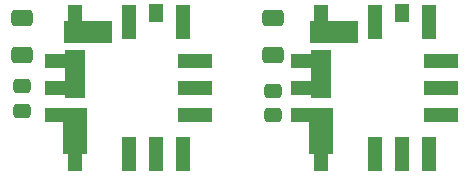
<source format=gbr>
%TF.GenerationSoftware,KiCad,Pcbnew,7.0.9*%
%TF.CreationDate,2025-02-06T13:00:42+09:00*%
%TF.ProjectId,05-PWR,30352d50-5752-42e6-9b69-6361645f7063,rev?*%
%TF.SameCoordinates,Original*%
%TF.FileFunction,Paste,Top*%
%TF.FilePolarity,Positive*%
%FSLAX46Y46*%
G04 Gerber Fmt 4.6, Leading zero omitted, Abs format (unit mm)*
G04 Created by KiCad (PCBNEW 7.0.9) date 2025-02-06 13:00:42*
%MOMM*%
%LPD*%
G01*
G04 APERTURE LIST*
G04 Aperture macros list*
%AMRoundRect*
0 Rectangle with rounded corners*
0 $1 Rounding radius*
0 $2 $3 $4 $5 $6 $7 $8 $9 X,Y pos of 4 corners*
0 Add a 4 corners polygon primitive as box body*
4,1,4,$2,$3,$4,$5,$6,$7,$8,$9,$2,$3,0*
0 Add four circle primitives for the rounded corners*
1,1,$1+$1,$2,$3*
1,1,$1+$1,$4,$5*
1,1,$1+$1,$6,$7*
1,1,$1+$1,$8,$9*
0 Add four rect primitives between the rounded corners*
20,1,$1+$1,$2,$3,$4,$5,0*
20,1,$1+$1,$4,$5,$6,$7,0*
20,1,$1+$1,$6,$7,$8,$9,0*
20,1,$1+$1,$8,$9,$2,$3,0*%
G04 Aperture macros list end*
%ADD10RoundRect,0.250000X0.475000X-0.337500X0.475000X0.337500X-0.475000X0.337500X-0.475000X-0.337500X0*%
%ADD11R,1.200000X3.000000*%
%ADD12R,2.000000X4.000000*%
%ADD13R,3.000000X1.200000*%
%ADD14R,1.770000X4.112100*%
%ADD15R,4.170000X1.862000*%
%ADD16R,1.200000X1.500000*%
%ADD17RoundRect,0.250000X-0.650000X0.412500X-0.650000X-0.412500X0.650000X-0.412500X0.650000X0.412500X0*%
G04 APERTURE END LIST*
D10*
%TO.C,22u*%
X60298000Y-88037500D03*
X60298000Y-85962500D03*
%TD*%
%TO.C,22u*%
X81526000Y-88417500D03*
X81526000Y-86342500D03*
%TD*%
D11*
%TO.C,U2*%
X69342000Y-91706000D03*
X64762000Y-91706000D03*
D12*
X64762000Y-89763600D03*
D13*
X63742000Y-88396000D03*
X63742000Y-86106000D03*
D14*
X64762000Y-84958650D03*
D13*
X63742000Y-83816000D03*
D15*
X65862200Y-81381600D03*
D11*
X64762000Y-80506000D03*
X69342000Y-80506000D03*
X73922000Y-80506000D03*
D13*
X74942000Y-86106000D03*
X74942000Y-88396000D03*
D11*
X73922000Y-91706000D03*
X71632000Y-91706000D03*
D16*
X71632000Y-79756000D03*
D13*
X74942000Y-83816000D03*
%TD*%
D17*
%TO.C,10u*%
X60298000Y-80187000D03*
X60298000Y-83312000D03*
%TD*%
%TO.C,10u*%
X81526000Y-80187000D03*
X81526000Y-83312000D03*
%TD*%
D11*
%TO.C,U1*%
X90170000Y-91706000D03*
X85590000Y-91706000D03*
D12*
X85590000Y-89763600D03*
D13*
X84570000Y-88396000D03*
X84570000Y-86106000D03*
D14*
X85590000Y-84958650D03*
D13*
X84570000Y-83816000D03*
D15*
X86690200Y-81381600D03*
D11*
X85590000Y-80506000D03*
X90170000Y-80506000D03*
X94750000Y-80506000D03*
D13*
X95770000Y-86106000D03*
X95770000Y-88396000D03*
D11*
X94750000Y-91706000D03*
X92460000Y-91706000D03*
D16*
X92460000Y-79756000D03*
D13*
X95770000Y-83816000D03*
%TD*%
M02*

</source>
